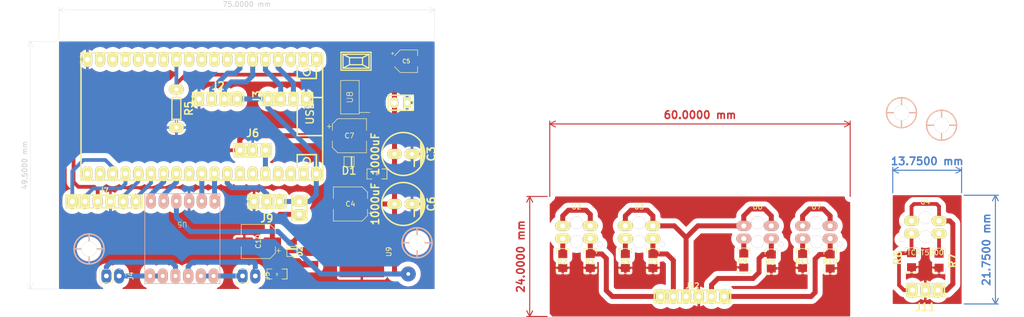
<source format=kicad_pcb>
(kicad_pcb (version 20240108) (generator "pcbnew") (generator_version "8.0")
  (layers (0 "F.Cu" signal) (31 "B.Cu" signal) (34 "B.Paste" user) (35 "F.Paste" user) (36 "B.SilkS" user "B.Silkscreen") (37 "F.SilkS" user "F.Silkscreen") (38 "B.Mask" user) (39 "F.Mask" user) (44 "Edge.Cuts" user))
  (net 0 "")
  (net 1 "VCC")
  (net 2 "GND")
  (net 3 "+3.3V")
  (net 4 "+5V")
  (net 5 "/TCRT1")
  (net 6 "Net-(R2-Pad1)")
  (net 7 "/TCRT2")
  (net 8 "Net-(R4-Pad1)")
  (net 9 "Net-(U5-OUT2)")
  (net 10 "Net-(U5-EEP)")
  (net 11 "Net-(U5-OUT4)")
  (net 12 "Net-(U5-OUT3)")
  (net 13 "/ECHOB")
  (net 14 "/TRIGB")
  (net 15 "/TRIGA")
  (net 16 "/ECHOA")
  (net 17 "/TCRT3")
  (net 20 "/TCRT4")
  (net 22 "/IN3")
  (net 25 "/IN1")
  (net 26 "Net-(R9-Pad1)")
  (net 29 "/IN4")
  (net 32 "/IN2")
  (net 43 "/TCRT5")
  (net 44 "Net-(R11-Pad1)")
  (net 45 "/SHARP")
  (net 47 "/Pull-down")
  (net 49 "Net-(R7-Pad1)")
  (footprint "EESTN5:R_1206" (layer "F.Cu") (at 200.25 72.25 90)
    (property "Reference" "R6" (at 0.5 -2.75 -90) (layer "F.SilkS") (effects (font (size 1.5 1.5) (thickness 0.3))))
    (property "Value" "10K" (hide yes))
    (pad "1" smd rect (at 1.397 0 90) (size 1.6002 1.8034) (layers "F.Cu" "F.Paste" "F.Mask") (net 17 "/TCRT3"))
    (pad "2" smd rect (at -1.397 0 90) (size 1.6002 1.8034) (layers "F.Cu" "F.Paste" "F.Mask") (net 2 "GND"))
  )
  (footprint "EESTN5:R_1206" (layer "F.Cu") (at 130.6 72.397 90)
    (property "Reference" "R2" (at -0.103 -0.1 0) (layer "F.SilkS") (effects (font (thickness 0.25))))
    (property "Value" "220" (hide yes))
    (pad "1" smd rect (at 1.397 0 90) (size 1.6002 1.8034) (layers "F.Cu" "F.Paste" "F.Mask") (net 6 "Net-(R2-Pad1)"))
    (pad "2" smd rect (at -1.397 0 90) (size 1.6002 1.8034) (layers "F.Cu" "F.Paste" "F.Mask") (net 2 "GND"))
  )
  (footprint "EESTN5:R_1206" (layer "F.Cu") (at 205.75 72.353 90)
    (property "Reference" "R7" (at 0 2.75 -90) (layer "F.SilkS") (effects (font (size 1.5 1.5) (thickness 0.3))))
    (property "Value" "220" (hide yes))
    (pad "1" smd rect (at 1.397 0 90) (size 1.6002 1.8034) (layers "F.Cu" "F.Paste" "F.Mask") (net 49 "Net-(R7-Pad1)"))
    (pad "2" smd rect (at -1.397 0 90) (size 1.6002 1.8034) (layers "F.Cu" "F.Paste" "F.Mask") (net 2 "GND"))
  )
  (footprint "Capacitor_SMD:CP_Elec_6.3x5.4" (layer "F.Cu") (at 69.8 68.5 180)
    (property "Reference" "C10" (at 0 0 -90) (layer "F.SilkS"))
    (property "Value" "100uF")
    (pad "1" smd roundrect (at -2.8 0 180) (size 3.5 1.6) (layers "F.Cu" "F.Paste" "F.Mask") (roundrect_rratio 0.15625) (net 4 "+5V"))
    (pad "2" smd roundrect (at 2.8 0 180) (size 3.5 1.6) (layers "F.Cu" "F.Paste" "F.Mask") (roundrect_rratio 0.15625) (net 2 "GND"))
  )
  (footprint "Connector_PinHeader_2.54mm:PinHeader_1x02_P2.54mm_Vertical" (layer "F.Cu") (at 42 75.4 -90)
    (property "Reference" "J4" (at 0 -2.33 90) (layer "F.SilkS"))
    (property "Value" "MOTOR1")
    (pad "1" thru_hole oval (at 0 0 270) (size 3 2) (drill 0.95) (layers "*.Cu" "*.Mask") (net 11 "Net-(U5-OUT4)"))
    (pad "2" thru_hole oval (at 0 2.54 270) (size 3 2) (drill 0.95) (layers "*.Cu" "*.Mask") (net 12 "Net-(U5-OUT3)"))
  )
  (footprint "Capacitor_SMD:CP_Elec_6.3x5.4" (layer "F.Cu") (at 88.2 61 180)
    (property "Reference" "C4" (at 0 0 180) (layer "F.SilkS"))
    (property "Value" "100uF")
    (pad "1" smd roundrect (at -2.8 0 180) (size 3.5 1.6) (layers "F.Cu" "F.Paste" "F.Mask") (roundrect_rratio 0.15625) (net 1 "VCC"))
    (pad "2" smd roundrect (at 2.8 0 180) (size 3.5 1.6) (layers "F.Cu" "F.Paste" "F.Mask") (roundrect_rratio 0.15625) (net 2 "GND"))
  )
  (footprint "Connector_PinHeader_2.54mm:PinHeader_1x02_P2.54mm_Vertical" (layer "F.Cu") (at 69.2 75.4 -90)
    (property "Reference" "J5" (at 0 -2.33 90) (layer "F.SilkS"))
    (property "Value" "MOTOR2")
    (pad "1" thru_hole oval (at 0 0 270) (size 3 2) (drill 0.95) (layers "*.Cu" "*.Mask") (net 9 "Net-(U5-OUT2)"))
    (pad "2" thru_hole oval (at 0 2.54 270) (size 3 2) (drill 0.95) (layers "*.Cu" "*.Mask") (net 10 "Net-(U5-EEP)"))
  )
  (footprint "EESTN5:hole_3mm" (layer "F.Cu") (at 36 70)
    (property "Reference" "hole_3mm" (hide yes))
    (property "Value" "VAL**" (hide yes))
    (pad "1" thru_hole circle (at 0 0) (size 3 3) (drill 3) (layers "*.Cu" "F.SilkS"))
  )
  (footprint "EESTN5:RES0.3" (layer "F.Cu") (at 53.44 41.897 -90)
    (property "Reference" "R5" (at 0 -2.5 90) (layer "F.SilkS") (effects (font (size 1.5 1.5) (thickness 0.3))))
    (property "Value" "10K" (hide yes))
    (pad "1" thru_hole oval (at -3.81 0 270) (size 2 3) (drill 0.8001) (layers "*.Cu" "*.Mask" "F.SilkS") (net 47 "/Pull-down"))
    (pad "2" thru_hole oval (at 3.81 0 270) (size 2 3) (drill 0.8001) (layers "*.Cu" "*.Mask" "F.SilkS") (net 2 "GND"))
  )
  (footprint "EESTN5.:CAP_ELEC_8x11.5mm" (layer "F.Cu") (at 98.75 61 -90)
    (property "Reference" "C6" (at 0 -5.6 -90) (layer "F.SilkS") (effects (font (size 1.524 1.524) (thickness 0.3048))))
    (property "Value" "1000uF" (at 0 5.6 -90) (layer "F.SilkS") (effects (font (size 1.524 1.524) (thickness 0.3048))))
    (pad "1" thru_hole oval (at 0 1.75 270) (size 2 3) (drill 0.8) (layers "*.Cu" "*.Mask" "F.SilkS") (net 1 "VCC"))
    (pad "2" thru_hole oval (at 0 -1.75 270) (size 2 3) (drill 0.8) (layers "*.Cu" "*.Mask" "F.SilkS") (net 2 "GND"))
  )
  (footprint "EESTN5.:Pulsador_SMD_2_BAJO" (layer "F.Cu") (at 89.31 32.45 180)
    (property "Reference" "SW1" (hide yes))
    (property "Value" "SW_Push" (hide yes))
    (pad "1" smd rect (at -3.59918 0 180) (size 2 2) (layers "F.Cu" "F.Paste" "F.Mask") (net 3 "+3.3V"))
    (pad "2" smd rect (at 3.59918 0 180) (size 2 2) (layers "F.Cu" "F.Paste" "F.Mask") (net 47 "/Pull-down"))
  )
  (footprint "Capacitor_SMD:CP_Elec_6.3x5.4" (layer "F.Cu") (at 88 47.3475)
    (property "Reference" "C7" (at 0 0 0) (layer "F.SilkS"))
    (property "Value" "100uF")
    (pad "1" smd roundrect (at -2.8 0) (size 3.5 1.6) (layers "F.Cu" "F.Paste" "F.Mask") (roundrect_rratio 0.15625) (net 3 "+3.3V"))
    (pad "2" smd roundrect (at 2.8 0) (size 3.5 1.6) (layers "F.Cu" "F.Paste" "F.Mask") (roundrect_rratio 0.15625) (net 2 "GND"))
  )
  (footprint "EESTN5:hole_3mm" (layer "F.Cu") (at 206.25 45.25)
    (property "Reference" "hole_3mm" (hide yes))
    (property "Value" "VAL**" (hide yes))
    (pad "1" thru_hole circle (at 0 0) (size 3 3) (drill 3) (layers "*.Cu" "F.SilkS"))
  )
  (footprint "EESTN5:Jumper" (layer "F.Cu") (at 78 61.8 90)
    (property "Reference" "J1" (hide yes))
    (property "Value" "jumper" (hide yes))
    (pad "1" thru_hole oval (at -1.27 0 90) (size 2 3) (drill 1.00076) (layers "*.Cu" "*.Mask" "F.SilkS") (net 4 "+5V"))
    (pad "2" thru_hole oval (at 1.27 0 90) (size 2 3) (drill 1.00076) (layers "*.Cu" "*.Mask" "F.SilkS") (net 4 "+5V"))
  )
  (footprint "Nueva carpeta (2):TO261AA-LM1117" (layer "F.Cu") (at 88.1 39.6475 90)
    (property "Reference" "U8" (at 0 0 -90) (layer "F.SilkS") (effects (font (size 1.2 1.2) (thickness 0.12))))
    (property "Value" "LM1117-3V3" (hide yes))
    (pad "1" smd rect (at -2.3 2.9 90) (size 1 2.2) (layers "F.Cu" "F.Paste" "F.Mask") (net 2 "GND"))
    (pad "2" smd rect (at 0 2.9 90) (size 1 2.2) (layers "F.Cu" "F.Paste" "F.Mask") (net 3 "+3.3V"))
    (pad "3" smd rect (at 2.3 2.9 90) (size 1 2.2) (layers "F.Cu" "F.Paste" "F.Mask") (net 1 "VCC"))
    (pad "4" smd rect (at 0 -2.9 90) (size 3.3 2.2) (layers "F.Cu" "F.Paste" "F.Mask") (net 3 "+3.3V"))
  )
  (footprint "EESTN5:R_1206" (layer "F.Cu") (at 166.75 72.3 90)
    (property "Reference" "R9" (at -0.103 -0.25 180) (layer "F.SilkS") (effects (font (thickness 0.25))))
    (property "Value" "220" (hide yes))
    (pad "1" smd rect (at 1.397 0 90) (size 1.6002 1.8034) (layers "F.Cu" "F.Paste" "F.Mask") (net 26 "Net-(R9-Pad1)"))
    (pad "2" smd rect (at -1.397 0 90) (size 1.6002 1.8034) (layers "F.Cu" "F.Paste" "F.Mask") (net 2 "GND"))
  )
  (footprint "EESTN5:pin_strip_4" (layer "F.Cu") (at 61.77 40 180)
    (property "Reference" "J2" (at 0 2.6 180) (layer "F.SilkS") (effects (font (size 1.5 1.5) (thickness 0.3))))
    (property "Value" "ULTRASONIDO1" (hide yes))
    (pad "1" thru_hole oval (at -3.81 0 180) (size 2 3) (drill 1.00076) (layers "*.Cu" "*.Mask" "F.SilkS") (net 4 "+5V"))
    (pad "2" thru_hole oval (at -1.27 0 180) (size 2 3) (drill 1.00076) (layers "*.Cu" "*.Mask" "F.SilkS") (net 15 "/TRIGA"))
    (pad "3" thru_hole oval (at 1.27 0 180) (size 2 3) (drill 1.00076) (layers "*.Cu" "*.Mask" "F.SilkS") (net 16 "/ECHOA"))
    (pad "4" thru_hole oval (at 3.81 0 180) (size 2 3) (drill 1.00076) (layers "*.Cu" "*.Mask" "F.SilkS") (net 2 "GND"))
  )
  (footprint "EESTN5:Pin_Header_6" (layer "F.Cu") (at 156.5 79.5)
    (property "Reference" "J12" (at 0 -2.159 0) (layer "F.SilkS") (effects (font (size 1.016 1.016) (thickness 0.2032))))
    (property "Value" "Sensor-placa" (hide yes))
    (pad "1" thru_hole oval (at -6.35 0) (size 2 3) (drill 1.00076) (layers "*.Cu" "*.Mask" "F.SilkS") (net 5 "/TCRT1"))
    (pad "2" thru_hole oval (at -3.81 0) (size 2 3) (drill 1.00076) (layers "*.Cu" "*.Mask" "F.SilkS") (net 7 "/TCRT2"))
    (pad "3" thru_hole oval (at -1.27 0) (size 2 3) (drill 1) (layers "*.Cu" "*.Mask" "F.SilkS") (net 3 "+3.3V"))
    (pad "4" thru_hole oval (at 1.27 0) (size 2 3) (drill 1.00076) (layers "*.Cu" "*.Mask" "F.SilkS") (net 2 "GND"))
    (pad "5" thru_hole oval (at 3.81 0) (size 2 3) (drill 1.00076) (layers "*.Cu" "*.Mask" "F.SilkS") (net 20 "/TCRT4"))
    (pad "6" thru_hole oval (at 6.35 0) (size 2 3) (drill 1.00076) (layers "*.Cu" "*.Mask" "F.SilkS") (net 43 "/TCRT5"))
  )
  (footprint "Capacitor_SMD:CP_Elec_4x5.4" (layer "F.Cu") (at 99.35 32.45)
    (property "Reference" "C5" (at 0 0 0) (layer "F.SilkS") (effects (font (size 0.8 0.8))))
    (property "Value" "10uF")
    (pad "1" smd roundrect (at -1.8 0) (size 2.6 1.6) (layers "F.Cu" "F.Paste" "F.Mask") (roundrect_rratio 0.15625) (net 3 "+3.3V"))
    (pad "2" smd roundrect (at 1.8 0) (size 2.6 1.6) (layers "F.Cu" "F.Paste" "F.Mask") (roundrect_rratio 0.15625) (net 2 "GND"))
  )
  (footprint "EESTN5:Pin_Header_6" (layer "F.Cu") (at 39 60.5)
    (property "Reference" "J7" (at 0 -2.159 0) (layer "F.SilkS") (effects (font (size 1.016 1.016) (thickness 0.2032))))
    (property "Value" "Sensor-esp" (hide yes))
    (pad "1" thru_hole oval (at -6.35 0) (size 2 3) (drill 1.00076) (layers "*.Cu" "*.Mask" "F.SilkS") (net 5 "/TCRT1"))
    (pad "2" thru_hole oval (at -3.81 0) (size 2 3) (drill 1.00076) (layers "*.Cu" "*.Mask" "F.SilkS") (net 7 "/TCRT2"))
    (pad "3" thru_hole oval (at -1.27 0) (size 2 3) (drill 1.00076) (layers "*.Cu" "*.Mask" "F.SilkS") (net 3 "+3.3V"))
    (pad "4" thru_hole oval (at 1.27 0) (size 2 3) (drill 1.00076) (layers "*.Cu" "*.Mask" "F.SilkS") (net 2 "GND"))
    (pad "5" thru_hole oval (at 3.81 0) (size 2 3) (drill 1.00076) (layers "*.Cu" "*.Mask" "F.SilkS") (net 20 "/TCRT4"))
    (pad "6" thru_hole oval (at 6.35 0) (size 2 3) (drill 1.00076) (layers "*.Cu" "*.Mask" "F.SilkS") (net 43 "/TCRT5"))
  )
  (footprint "EESTN5:R_1206" (layer "F.Cu") (at 184 72.497 90)
    (property "Reference" "R10" (at 0 0 180) (layer "F.SilkS") (effects (font (thickness 0.25))))
    (property "Value" "10K" (hide yes))
    (pad "1" smd rect (at 1.397 0 90) (size 1.6002 1.8034) (layers "F.Cu" "F.Paste" "F.Mask") (net 43 "/TCRT5"))
    (pad "2" smd rect (at -1.397 0 90) (size 1.6002 1.8034) (layers "F.Cu" "F.Paste" "F.Mask") (net 2 "GND"))
  )
  (footprint "EESTN5:C_0805" (layer "F.Cu") (at 73.5475 75 180)
    (property "Reference" "C9" (at 0 -0.1 -90) (layer "F.SilkS") (effects (font (size 0.29972 0.29972) (thickness 0.06096))))
    (property "Value" "100nF" (hide yes))
    (pad "1" smd rect (at 0.9525 0 180) (size 1.30048 1.4986) (layers "F.Cu" "F.Paste" "F.Mask") (net 4 "+5V"))
    (pad "2" smd rect (at -0.9525 0 180) (size 1.30048 1.4986) (layers "F.Cu" "F.Paste" "F.Mask") (net 2 "GND"))
  )
  (footprint "EESTN5:SOD80C" (layer "F.Cu") (at 87.92088 52.5475)
    (property "Reference" "D1" (at 0 1.8 0) (layer "F.SilkS") (effects (font (size 1.524 1.524) (thickness 0.254))))
    (property "Value" "1N4007" (hide yes))
    (pad "1" smd rect (at -1.84912 0) (size 1.00076 1.99898) (layers "F.Cu" "F.Paste" "F.Mask") (net 3 "+3.3V"))
    (pad "2" smd rect (at 1.84912 0) (size 1.00076 1.99898) (layers "F.Cu" "F.Paste" "F.Mask") (net 1 "VCC"))
  )
  (footprint "Nueva carpeta (3:D2PAK" (layer "F.Cu") (at 88.575 70.5 -90)
    (property "Reference" "U9" (at 0.0475 -7.3 90) (layer "F.SilkS"))
    (property "Value" "L7805" (hide yes))
    (pad "1" smd rect (at -2.54 8.65 270) (size 1.3 3.7) (layers "F.Cu" "F.Paste" "F.Mask") (net 1 "VCC"))
    (pad "2" smd rect (at 0 -1.9 270) (size 10.3 8.9) (layers "F.Cu" "F.Paste" "F.Mask") (net 2 "GND"))
    (pad "3" smd rect (at 2.54 8.65 270) (size 1.3 3.7) (layers "F.Cu" "F.Paste" "F.Mask") (net 4 "+5V"))
  )
  (footprint "EESTN5:TCRT5000" (layer "F.Cu") (at 203 65.65)
    (property "Reference" "U4" (at 0 -5.08 0) (layer "F.SilkS"))
    (property "Value" "TCRT5000" (at 0 5.08 0) (layer "F.SilkS"))
    (pad "1" thru_hole oval (at 2.75 -1.27) (size 3 2) (drill 1) (layers "*.Cu" "*.Mask" "F.SilkS") (net 3 "+3.3V"))
    (pad "2" thru_hole oval (at 2.75 1.27) (size 3 2) (drill 1) (layers "*.Cu" "*.Mask" "F.SilkS") (net 49 "Net-(R7-Pad1)"))
    (pad "3" thru_hole oval (at -2.75 -1.27) (size 3 2) (drill 1) (layers "*.Cu" "*.Mask" "F.SilkS") (net 3 "+3.3V"))
    (pad "4" thru_hole oval (at -2.75 1.27) (size 3 2) (drill 1) (layers "*.Cu" "*.Mask" "F.SilkS") (net 17 "/TCRT3"))
    (pad "hole" thru_hole circle (at -4.65 2.45) (size 1 1) (drill 1) (layers "*.Cu" "*.Mask" "F.SilkS"))
    (pad "hole" thru_hole circle (at 0 -1.9) (size 2.5 2.5) (drill 2.5) (layers "*.Cu" "*.Mask" "F.SilkS"))
    (pad "hole" thru_hole circle (at 0 1.9) (size 2.5 2.5) (drill 2.5) (layers "*.Cu" "*.Mask" "F.SilkS"))
  )
  (footprint "EESTN5:R_1206" (layer "F.Cu") (at 178.5 72.4 90)
    (property "Reference" "R11" (at -0.103 0 180) (layer "F.SilkS") (effects (font (thickness 0.25))))
    (property "Value" "220" (hide yes))
    (pad "1" smd rect (at 1.397 0 90) (size 1.6002 1.8034) (layers "F.Cu" "F.Paste" "F.Mask") (net 44 "Net-(R11-Pad1)"))
    (pad "2" smd rect (at -1.397 0 90) (size 1.6002 1.8034) (layers "F.Cu" "F.Paste" "F.Mask") (net 2 "GND"))
  )
  (footprint "EESTN5:R_1206" (layer "F.Cu") (at 148.6 72.397 90)
    (property "Reference" "R3" (at -0.103 0 0) (layer "F.SilkS") (effects (font (thickness 0.25))))
    (property "Value" "10K" (hide yes))
    (pad "1" smd rect (at 1.397 0 90) (size 1.6002 1.8034) (layers "F.Cu" "F.Paste" "F.Mask") (net 7 "/TCRT2"))
    (pad "2" smd rect (at -1.397 0 90) (size 1.6002 1.8034) (layers "F.Cu" "F.Paste" "F.Mask") (net 2 "GND"))
  )
  (footprint "EESTN5:Jumper" (layer "F.Cu") (at 98.25 40.75 180)
    (property "Reference" "J10" (hide yes))
    (property "Value" "ALIMENTACION " (hide yes))
    (pad "1" thru_hole rect (at -1.27 0 180) (size 1.524 2.19964) (drill 1.00076) (layers "*.Cu" "*.Mask" "F.SilkS") (net 2 "GND"))
    (pad "2" thru_hole oval (at 1.27 0 180) (size 1.524 2.19964) (drill oval 1.00076) (layers "*.Cu" "*.Mask" "F.SilkS") (net 1 "VCC"))
  )
  (footprint "EESTN5:R_1206" (layer "F.Cu") (at 143.1 72.397 90)
    (property "Reference" "R4" (at -0.103 0 0) (layer "F.SilkS") (effects (font (thickness 0.25))))
    (property "Value" "220" (hide yes))
    (pad "1" smd rect (at 1.397 0 90) (size 1.6002 1.8034) (layers "F.Cu" "F.Paste" "F.Mask") (net 8 "Net-(R4-Pad1)"))
    (pad "2" smd rect (at -1.397 0 90) (size 1.6002 1.8034) (layers "F.Cu" "F.Paste" "F.Mask") (net 2 "GND"))
  )
  (footprint "EESTN5:hole_3mm" (layer "F.Cu") (at 198.25 42.75)
    (property "Reference" "hole_3mm" (hide yes))
    (property "Value" "VAL**" (hide yes))
    (pad "1" thru_hole circle (at 0 0) (size 3 3) (drill 3) (layers "*.Cu" "F.SilkS"))
  )
  (footprint "EESTN5:SOD80C" (layer "F.Cu") (at 76.5 70.5 90)
    (property "Reference" "D2" (at 0 1.6 -90) (layer "F.SilkS") (effects (font (thickness 0.25))))
    (property "Value" "1N4007" (hide yes))
    (pad "1" smd rect (at -1.84912 0 90) (size 1.00076 1.99898) (layers "F.Cu" "F.Paste" "F.Mask") (net 4 "+5V"))
    (pad "2" smd rect (at 1.84912 0 90) (size 1.00076 1.99898) (layers "F.Cu" "F.Paste" "F.Mask") (net 1 "VCC"))
  )
  (footprint "EESTN5:ESP32S" (layer "F.Cu") (at 58.52 43.5175)
    (property "Reference" "U1" (hide yes))
    (property "Value" "ESP32_DEVKITC" (hide yes))
    (fp_text user "USB" (at 21.59 -0.67 90) (layer "F.SilkS") (effects (font (size 1.524 1.524) (thickness 0.254))))
    (pad "1" thru_hole oval (at -22.86 11.43 180) (size 2 3) (drill 1) (layers "*.Cu" "*.Mask" "F.SilkS"))
    (pad "2" thru_hole oval (at -20.32 11.43 180) (size 2 3) (drill 1) (layers "*.Cu" "*.Mask" "F.SilkS"))
    (pad "3" thru_hole oval (at -17.78 11.43 180) (size 2 3) (drill 1) (layers "*.Cu" "*.Mask" "F.SilkS") (net 5 "/TCRT1"))
    (pad "4" thru_hole oval (at -15.24 11.43 180) (size 2 3) (drill 1) (layers "*.Cu" "*.Mask" "F.SilkS") (net 7 "/TCRT2"))
    (pad "5" thru_hole oval (at -12.7 11.43 180) (size 2 3) (drill 1) (layers "*.Cu" "*.Mask" "F.SilkS") (net 20 "/TCRT4"))
    (pad "6" thru_hole oval (at -10.16 11.43 180) (size 2 3) (drill 1) (layers "*.Cu" "*.Mask" "F.SilkS") (net 43 "/TCRT5"))
    (pad "7" thru_hole oval (at -7.62 11.43 180) (size 2 3) (drill 1) (layers "*.Cu" "*.Mask" "F.SilkS") (net 25 "/IN1"))
    (pad "8" thru_hole oval (at -5.08 11.43 180) (size 2 3) (drill 1) (layers "*.Cu" "*.Mask" "F.SilkS") (net 32 "/IN2"))
    (pad "9" thru_hole oval (at -2.54 11.43 180) (size 2 3) (drill 1) (layers "*.Cu" "*.Mask" "F.SilkS"))
    (pad "10" thru_hole oval (at 0 11.43 180) (size 2 3) (drill 1) (layers "*.Cu" "*.Mask" "F.SilkS") (net 22 "/IN3"))
    (pad "11" thru_hole oval (at 2.54 11.43 180) (size 2 3) (drill 1) (layers "*.Cu" "*.Mask" "F.SilkS") (net 29 "/IN4"))
    (pad "12" thru_hole oval (at 5.08 11.43 180) (size 2 3) (drill 1) (layers "*.Cu" "*.Mask" "F.SilkS") (net 45 "/SHARP"))
    (pad "13" thru_hole oval (at 7.62 11.43 180) (size 2 3) (drill 1) (layers "*.Cu" "*.Mask" "F.SilkS"))
    (pad "14" thru_hole oval (at 10.16 11.43 180) (size 2 3) (drill 1) (layers "*.Cu" "*.Mask" "F.SilkS"))
    (pad "15" thru_hole oval (at 12.7 11.43 180) (size 2 3) (drill 1) (layers "*.Cu" "*.Mask" "F.SilkS") (net 17 "/TCRT3"))
    (pad "16" thru_hole oval (at 15.24 11.43 180) (size 2 3) (drill 1) (layers "*.Cu" "*.Mask" "F.SilkS"))
    (pad "17" thru_hole oval (at 17.78 11.43 180) (size 2 3) (drill 1) (layers "*.Cu" "*.Mask" "F.SilkS"))
    (pad "18" thru_hole oval (at 20.32 11.43 180) (size 2 3) (drill 1) (layers "*.Cu" "*.Mask" "F.SilkS"))
    (pad "19" thru_hole oval (at 22.86 11.43 180) (size 2 3) (drill 1) (layers "*.Cu" "*.Mask" "F.SilkS") (net 4 "+5V"))
    (pad "20" thru_hole oval (at 22.86 -11.43 180) (size 2 3) (drill 1) (layers "*.Cu" "*.Mask" "F.SilkS"))
    (pad "21" thru_hole oval (at 20.32 -11.43 180) (size 2 3) (drill 1) (layers "*.Cu" "*.Mask" "F.SilkS"))
    (pad "22" thru_hole oval (at 17.78 -11.43 180) (size 2 3) (drill 1) (layers "*.Cu" "*.Mask" "F.SilkS"))
    (pad "23" thru_hole oval (at 15.24 -11.43 180) (size 2 3) (drill 1) (layers "*.Cu" "*.Mask" "F.SilkS") (net 13 "/ECHOB"))
    (pad "24" thru_hole oval (at 12.7 -11.43 180) (size 2 3) (drill 1) (layers "*.Cu" "*.Mask" "F.SilkS") (net 14 "/TRIGB"))
    (pad "25" thru_hole oval (at 10.16 -11.43 180) (size 2 3) (drill 1) (layers "*.Cu" "*.Mask" "F.SilkS") (net 15 "/TRIGA"))
    (pad "26" thru_hole oval (at 7.62 -11.43 180) (size 2 3) (drill 1) (layers "*.Cu" "*.Mask" "F.SilkS") (net 16 "/ECHOA"))
    (pad "27" thru_hole oval (at 5.08 -11.43 180) (size 2 3) (drill 1) (layers "*.Cu" "*.Mask" "F.SilkS"))
    (pad "28" thru_hole oval (at 2.54 -11.43 180) (size 2 3) (drill 1) (layers "*.Cu" "*.Mask" "F.SilkS"))
    (pad "29" thru_hole oval (at 0 -11.43 180) (size 2 3) (drill 1) (layers "*.Cu" "*.Mask" "F.SilkS"))
    (pad "30" thru_hole oval (at -2.54 -11.43 180) (size 2 3) (drill 1) (layers "*.Cu" "*.Mask" "F.SilkS"))
    (pad "31" thru_hole oval (at -5.08 -11.43 180) (size 2 3) (drill 1) (layers "*.Cu" "*.Mask" "F.SilkS") (net 47 "/Pull-down"))
    (pad "32" thru_hole oval (at -7.62 -11.43 180) (size 2 3) (drill 1) (layers "*.Cu" "*.Mask" "F.SilkS"))
    (pad "33" thru_hole oval (at -10.16 -11.43 180) (size 2 3) (drill 1) (layers "*.Cu" "*.Mask" "F.SilkS"))
    (pad "34" thru_hole oval (at -12.7 -11.43 180) (size 2 3) (drill 1) (layers "*.Cu" "*.Mask" "F.SilkS"))
    (pad "35" thru_hole oval (at -15.24 -11.43 180) (size 2 3) (drill 1) (layers "*.Cu" "*.Mask" "F.SilkS"))
    (pad "36" thru_hole oval (at -17.78 -11.43 180) (size 2 3) (drill 1) (layers "*.Cu" "*.Mask" "F.SilkS"))
    (pad "37" thru_hole oval (at -20.32 -11.43 180) (size 2 3) (drill 1) (layers "*.Cu" "*.Mask" "F.SilkS"))
    (pad "38" thru_hole oval (at -22.86 -11.43 180) (size 2 3) (drill 1) (layers "*.Cu" "*.Mask" "F.SilkS") (net 2 "GND"))
  )
  (footprint "EESTN5:Pin_Header_3" (layer "F.Cu") (at 68.68 50.25)
    (property "Reference" "J6" (at 0 -3.4 0) (layer "F.SilkS") (effects (font (size 1.5 1.5) (thickness 0.3))))
    (property "Value" "Sensor-tracero-placa" (hide yes))
    (pad "1" thru_hole oval (at -2.54 0) (size 2 3) (drill 1.00076) (layers "*.Cu" "*.Mask" "F.SilkS") (net 3 "+3.3V"))
    (pad "2" thru_hole oval (at 0 0) (size 2 3) (drill 1.00076) (layers "*.Cu" "*.Mask" "F.SilkS") (net 2 "GND"))
    (pad "3" thru_hole oval (at 2.54 0) (size 2 3) (drill 1.00076) (layers "*.Cu" "*.Mask" "F.SilkS") (net 17 "/TCRT3"))
  )
  (footprint "EESTN5:pin_strip_4" (layer "F.Cu") (at 75.54 40)
    (property "Reference" "J3" (at -6 -0.4 90) (layer "F.SilkS") (effects (font (size 1.5 1.5) (thickness 0.3))))
    (property "Value" "ULTRASONIDO2" (hide yes))
    (pad "1" thru_hole oval (at -3.81 0) (size 2 3) (drill 1.00076) (layers "*.Cu" "*.Mask" "F.SilkS") (net 4 "+5V"))
    (pad "2" thru_hole oval (at -1.27 0) (size 2 3) (drill 1.00076) (layers "*.Cu" "*.Mask" "F.SilkS") (net 14 "/TRIGB"))
    (pad "3" thru_hole oval (at 1.27 0) (size 2 3) (drill 1.00076) (layers "*.Cu" "*.Mask" "F.SilkS") (net 13 "/ECHOB"))
    (pad "4" thru_hole oval (at 3.81 0) (size 2 3) (drill 1.00076) (layers "*.Cu" "*.Mask" "F.SilkS") (net 2 "GND"))
  )
  (footprint "EESTN5.:CAP_ELEC_8x11.5mm" (layer "F.Cu") (at 98.75 51 -90)
    (property "Reference" "C3" (at 0 -5.6 -90) (layer "F.SilkS") (effects (font (size 1.524 1.524) (thickness 0.3048))))
    (property "Value" "1000uF" (at 0 5.6 -90) (layer "F.SilkS") (effects (font (size 1.524 1.524) (thickness 0.3048))))
    (pad "1" thru_hole oval (at 0 1.75 270) (size 2 3) (drill 0.8) (layers "*.Cu" "*.Mask" "F.SilkS") (net 1 "VCC"))
    (pad "2" thru_hole oval (at 0 -1.75 270) (size 2 3) (drill 0.8) (layers "*.Cu" "*.Mask" "F.SilkS") (net 2 "GND"))
  )
  (footprint "EESTN5:Pin_Header_3" (layer "F.Cu") (at 71.5 60.5 180)
    (property "Reference" "J9" (at 0 -3.4 180) (layer "F.SilkS") (effects (font (size 1.5 1.5) (thickness 0.3))))
    (property "Value" "Sharp" (hide yes))
    (pad "1" thru_hole oval (at -2.54 0 180) (size 2 3) (drill 1.00076) (layers "*.Cu" "*.Mask" "F.SilkS") (net 4 "+5V"))
    (pad "2" thru_hole oval (at 0 0 180) (size 2 3) (drill 1.00076) (layers "*.Cu" "*.Mask" "F.SilkS") (net 45 "/SHARP"))
    (pad "3" thru_hole oval (at 2.54 0 180) (size 2 3) (drill 1.00076) (layers "*.Cu" "*.Mask" "F.SilkS") (net 2 "GND"))
  )
  (footprint "EESTN5:C_0805" (layer "F.Cu") (at 93.5 55 180)
    (property "Reference" "C8" (at 0.02 0 -90) (layer "F.SilkS") (effects (font (size 0.29972 0.29972) (thickness 0.06096))))
    (property "Value" "330nF" (hide yes))
    (pad "1" smd rect (at 0.9525 0 180) (size 1.30048 1.4986) (layers "F.Cu" "F.Paste" "F.Mask") (net 1 "VCC"))
    (pad "2" smd rect (at -0.9525 0 180) (size 1.30048 1.4986) (layers "F.Cu" "F.Paste" "F.Mask") (net 2 "GND"))
  )
  (footprint "EESTN5:Pin_Header_3" (layer "F.Cu") (at 203 78.25 180)
    (property "Reference" "J11" (at 0 -3.4 180) (layer "F.SilkS") (effects (font (size 1.5 1.5) (thickness 0.3))))
    (property "Value" "Sensor-trasero" (hide yes))
    (pad "1" thru_hole oval (at -2.54 0 180) (size 2 3) (drill 1.00076) (layers "*.Cu" "*.Mask" "F.SilkS") (net 3 "+3.3V"))
    (pad "2" thru_hole oval (at 0 0 180) (size 2 3) (drill 1.00076) (layers "*.Cu" "*.Mask" "F.SilkS") (net 2 "GND"))
    (pad "3" thru_hole oval (at 2.54 0 180) (size 2 3) (drill 1.00076) (layers "*.Cu" "*.Mask" "F.SilkS") (net 17 "/TCRT3"))
  )
  (footprint "EESTN5:R_1206" (layer "F.Cu") (at 136.1 72.397 90)
    (property "Reference" "R1" (at -0.103 0 0) (layer "F.SilkS") (effects (font (thickness 0.25))))
    (property "Value" "10K" (hide yes))
    (pad "1" smd rect (at 1.397 0 90) (size 1.6002 1.8034) (layers "F.Cu" "F.Paste" "F.Mask") (net 5 "/TCRT1"))
    (pad "2" smd rect (at -1.397 0 90) (size 1.6002 1.8034) (layers "F.Cu" "F.Paste" "F.Mask") (net 2 "GND"))
  )
  (footprint "EESTN5:hole_3mm" (layer "F.Cu") (at 101.5 68.75)
    (property "Reference" "hole_3mm" (hide yes))
    (property "Value" "VAL**" (hide yes))
    (pad "1" thru_hole circle (at 0 0) (size 3 3) (drill 3) (layers "*.Cu" "F.SilkS"))
  )
  (footprint "EESTN5:R_1206" (layer "F.Cu") (at 172.25 72.5 90)
    (property "Reference" "R8" (at -0.103 -0.25 180) (layer "F.SilkS") (effects (font (thickness 0.25))))
    (property "Value" "10K" (hide yes))
    (pad "1" smd rect (at 1.397 0 90) (size 1.6002 1.8034) (layers "F.Cu" "F.Paste" "F.Mask") (net 20 "/TCRT4"))
    (pad "2" smd rect (at -1.397 0 90) (size 1.6002 1.8034) (layers "F.Cu" "F.Paste" "F.Mask") (net 2 "GND"))
  )
  (footprint "EESTN5:TCRT5000" (layer "B.Cu") (at 169.5 66.65 180)
    (property "Reference" "U6" (at 0 5.08 0) (layer "F.SilkS"))
    (property "Value" "TCRT5000" (hide yes))
    (pad "1" thru_hole oval (at 2.75 1.27 180) (size 3 2) (drill 1) (layers "*.Cu" "*.Mask" "B.SilkS") (net 3 "+3.3V"))
    (pad "2" thru_hole oval (at 2.75 -1.27 180) (size 3 2) (drill 1) (layers "*.Cu" "*.Mask" "B.SilkS") (net 26 "Net-(R9-Pad1)"))
    (pad "3" thru_hole oval (at -2.75 1.27 180) (size 3 2) (drill 1) (layers "*.Cu" "*.Mask" "B.SilkS") (net 3 "+3.3V"))
    (pad "4" thru_hole oval (at -2.75 -1.27 180) (size 3 2) (drill 1) (layers "*.Cu" "*.Mask" "B.SilkS") (net 20 "/TCRT4"))
    (pad "hole" thru_hole circle (at -4.65 -2.45 180) (size 1 1) (drill 1) (layers "*.Cu" "*.Mask" "B.SilkS"))
    (pad "hole" thru_hole circle (at 0 -1.9 180) (size 2.5 2.5) (drill 2.5) (layers "*.Cu" "*.Mask" "B.SilkS"))
    (pad "hole" thru_hole circle (at 0 1.9 180) (size 2.5 2.5) (drill 2.5) (layers "*.Cu" "*.Mask" "B.SilkS"))
  )
  (footprint "EESTN5:TCRT5000" (layer "B.Cu") (at 181.25 66.65 180)
    (property "Reference" "U7" (at 0 5.08 0) (layer "F.SilkS"))
    (property "Value" "TCRT5000" (hide yes))
    (pad "1" thru_hole oval (at 2.75 1.27 180) (size 3 2) (drill 1) (layers "*.Cu" "*.Mask" "B.SilkS") (net 3 "+3.3V"))
    (pad "2" thru_hole oval (at 2.75 -1.27 180) (size 3 2) (drill 1) (layers "*.Cu" "*.Mask" "B.SilkS") (net 44 "Net-(R11-Pad1)"))
    (pad "3" thru_hole oval (at -2.75 1.27 180) (size 3 2) (drill 1) (layers "*.Cu" "*.Mask" "B.SilkS") (net 3 "+3.3V"))
    (pad "4" thru_hole oval (at -2.75 -1.27 180) (size 3 2) (drill 1) (layers "*.Cu" "*.Mask" "B.SilkS") (net 43 "/TCRT5"))
    (pad "hole" thru_hole circle (at -4.65 -2.45 180) (size 1 1) (drill 1) (layers "*.Cu" "*.Mask" "B.SilkS"))
    (pad "hole" thru_hole circle (at 0 -1.9 180) (size 2.5 2.5) (drill 2.5) (layers "*.Cu" "*.Mask" "B.SilkS"))
    (pad "hole" thru_hole circle (at 0 1.9 180) (size 2.5 2.5) (drill 2.5) (layers "*.Cu" "*.Mask" "B.SilkS"))
  )
  (footprint "EESTN5:TCRT5000" (layer "B.Cu") (at 145.85 66.65 180)
    (property "Reference" "U3" (at 0 5.08 180) (layer "F.SilkS"))
    (property "Value" "TCRT5000" (hide yes))
    (pad "1" thru_hole oval (at 2.75 1.27 180) (size 3 2) (drill 1) (layers "*.Cu" "*.Mask" "F.SilkS") (net 3 "+3.3V"))
    (pad "2" thru_hole oval (at 2.75 -1.27 180) (size 3 2) (drill 1) (layers "*.Cu" "*.Mask" "F.SilkS") (net 8 "Net-(R4-Pad1)"))
    (pad "3" thru_hole oval (at -2.75 1.27 180) (size 3 2) (drill 1) (layers "*.Cu" "*.Mask" "F.SilkS") (net 3 "+3.3V"))
    (pad "4" thru_hole oval (at -2.75 -1.27 180) (size 3 2) (drill 1) (layers "*.Cu" "*.Mask" "F.SilkS") (net 7 "/TCRT2"))
    (pad "hole" thru_hole circle (at -4.65 -2.45 180) (size 1 1) (drill 1) (layers "*.Cu" "*.Mask" "B.SilkS"))
    (pad "hole" thru_hole circle (at 0 -1.9 180) (size 2.5 2.5) (drill 2.5) (layers "*.Cu" "*.Mask" "B.SilkS"))
    (pad "hole" thru_hole circle (at 0 1.9 180) (size 2.5 2.5) (drill 2.5) (layers "*.Cu" "*.Mask" "B.SilkS"))
  )
  (footprint "Nueva carpeta:drv8833b" (layer "B.Cu") (at 54.65525 68 180)
    (property "Reference" "U5" (at 0.02525 2.92 180) (layer "F.SilkS") (effects (font (thickness 0.1))))
    (property "Value" "DRV8833")
    (pad "1" thru_hole oval (at -6.22 -7.4) (size 2 3) (drill 0.8) (layers "*.Cu" "*.Mask" "B.SilkS") (net 10 "Net-(U5-EEP)"))
    (pad "2" thru_hole oval (at -3.68 -7.4) (size 2 3) (drill 0.8) (layers "*.Cu" "*.Mask" "B.SilkS") (net 10 "Net-(U5-EEP)"))
    (pad "3" thru_hole oval (at -1.14 -7.4) (size 2 3) (drill 0.8) (layers "*.Cu" "*.Mask" "B.SilkS") (net 9 "Net-(U5-OUT2)"))
    (pad "4" thru_hole oval (at 1.4 -7.4) (size 2 3) (drill 0.8) (layers "*.Cu" "*.Mask" "B.SilkS") (net 12 "Net-(U5-OUT3)"))
    (pad "5" thru_hole oval (at 3.94 -7.4) (size 2 3) (drill 0.8) (layers "*.Cu" "*.Mask" "B.SilkS") (net 11 "Net-(U5-OUT4)"))
    (pad "6" thru_hole oval (at 6.48 -7.4) (size 2 3) (drill 0.8) (layers "*.Cu" "*.Mask" "B.SilkS") (net 11 "Net-(U5-OUT4)"))
    (pad "7" thru_hole oval (at 6.29525 7.579999) (size 2 3) (drill 0.8) (layers "*.Cu" "*.Mask" "B.SilkS") (net 25 "/IN1"))
    (pad "8" thru_hole oval (at 3.75525 7.579999) (size 2 3) (drill 0.8) (layers "*.Cu" "*.Mask" "B.SilkS") (net 32 "/IN2"))
    (pad "9" thru_hole oval (at 1.21525 7.579999) (size 2 3) (drill 0.8) (layers "*.Cu" "*.Mask" "B.SilkS") (net 1 "VCC"))
    (pad "10" thru_hole oval (at -1.32475 7.579999) (size 2 3) (drill 0.8) (layers "*.Cu" "*.Mask" "B.SilkS") (net 2 "GND"))
    (pad "11" thru_hole oval (at -3.86475 7.579999) (size 2 3) (drill 0.8) (layers "*.Cu" "*.Mask" "B.SilkS") (net 22 "/IN3"))
    (pad "12" thru_hole oval (at -6.40475 7.579999) (size 2 3) (drill 0.8) (layers "*.Cu" "*.Mask" "B.SilkS") (net 29 "/IN4"))
  )
  (footprint "EESTN5:TCRT5000" (layer "B.Cu") (at 133.35 66.65 180)
    (property "Reference" "U2" (at 0 5.08 180) (layer "F.SilkS"))
    (property "Value" "TCRT5000" (hide yes))
    (pad "1" thru_hole oval (at 2.75 1.27 180) (size 3 2) (drill 1) (layers "*.Cu" "*.Mask" "F.SilkS") (net 3 "+3.3V"))
    (pad "2" thru_hole oval (at 2.75 -1.27 180) (size 3 2) (drill 1) (layers "*.Cu" "*.Mask" "F.SilkS") (net 6 "Net-(R2-Pad1)"))
    (pad "3" thru_hole oval (at -2.75 1.27 180) (size 3 2) (drill 1) (layers "*.Cu" "*.Mask" "F.SilkS") (net 3 "+3.3V"))
    (pad "4" thru_hole oval (at -2.75 -1.27 180) (size 3 2) (drill 1) (layers "*.Cu" "*.Mask" "F.SilkS") (net 5 "/TCRT1"))
    (pad "hole" thru_hole circle (at -4.65 -2.45 180) (size 1 1) (drill 1) (layers "*.Cu" "*.Mask" "B.SilkS"))
    (pad "hole" thru_hole circle (at 0 -1.9 180) (size 2.5 2.5) (drill 2.5) (layers "*.Cu" "*.Mask" "B.SilkS"))
    (pad "hole" thru_hole circle (at 0 1.9 180) (size 2.5 2.5) (drill 2.5) (layers "*.Cu" "*.Mask" "B.SilkS"))
  )
  (dimension (type aligned) (layer "F.Cu") (pts (xy 128 59.5) (xy 128 83.5)) (height 4) (gr_text "24,0000 mm" (at 122.2 71.5 90) (layer "F.Cu") (effects (font (size 1.5 1.5) (thickness 0.3)))) (format (prefix "") (suffix "") (units 3) (units_format 1) (precision 4)) (style (thickness 0.2) (arrow_length 1.27) (text_position_mode 0) (extension_height 0.58642) (extension_offset 0.5) keep_text_aligned))
  (dimension (type aligned) (layer "F.Cu") (pts (xy 128 60) (xy 188 60)) (height -15) (gr_text "60,0000 mm" (at 158 43.2 0) (layer "F.Cu") (effects (font (size 1.5 1.5) (thickness 0.3)))) (format (prefix "") (suffix "") (units 3) (units_format 1) (precision 4)) (style (thickness 0.2) (arrow_length 1.27) (text_position_mode 0) (extension_height 0.58642) (extension_offset 0.5) keep_text_aligned))
  (dimension (type aligned) (layer "B.Cu") (pts (xy 196.5 59.25) (xy 210.25 59.25)) (height -5) (gr_text "13,7500 mm" (at 203.375 52.45 0) (layer "B.Cu") (effects (font (size 1.5 1.5) (thickness 0.3)))) (format (prefix "") (suffix "") (units 3) (units_format 1) (precision 4)) (style (thickness 0.2) (arrow_length 1.27) (text_position_mode 0) (extension_height 0.58642) (extension_offset 0.5) keep_text_aligned))
  (dimension (type aligned) (layer "B.Cu") (pts (xy 210.25 59.25) (xy 210.25 81)) (height -6.75) (gr_text "21,7500 mm" (at 215.2 70.125 90) (layer "B.Cu") (effects (font (size 1.5 1.5) (thickness 0.3)))) (format (prefix "") (suffix "") (units 3) (units_format 1) (precision 4)) (style (thickness 0.2) (arrow_length 1.27) (text_position_mode 0) (extension_height 0.58642) (extension_offset 0.5) keep_text_aligned))
  (dimension (type aligned) (layer "Edge.Cuts") (pts (xy 30 28.5) (xy 30 78)) (height 5.7) (gr_text "49,5000 mm" (at 23.15 53.25 90) (layer "Edge.Cuts") (effects (font (size 1 1) (thickness 0.15)))) (format (prefix "") (suffix "") (units 3) (units_format 1) (precision 4)) (style (thickness 0.05) (arrow_length 1.27) (text_position_mode 0) (extension_height 0.58642) (extension_offset 0.5) keep_text_aligned))
  (dimension (type aligned) (layer "Edge.Cuts") (pts (xy 105 28.5) (xy 30 28.5)) (height 6.3) (gr_text "75,0000 mm" (at 67.5 21.05 0) (layer "Edge.Cuts") (effects (font (size 1 1) (thickness 0.15)))) (format (prefix "") (suffix "") (units 3) (units_format 1) (precision 4)) (style (thickness 0.05) (arrow_length 1.27) (text_position_mode 0) (extension_height 0.58642) (extension_offset 0.5) keep_text_aligned))
  (segment (start 95.6675 37.3475) (end 96.98 38.66) (width 1) (layer "F.Cu") (net 1))
  (segment (start 97 61) (end 91 61) (width 1) (layer "F.Cu") (net 1))
  (segment (start 90 63.5) (end 82 63.5) (width 1) (layer "F.Cu") (net 1))
  (segment (start 96.98 40.75) (end 96.98 41.48) (width 1) (layer "F.Cu") (net 1))
  (segment (start 89.77 52.5475) (end 91.7975 52.5475) (width 1) (layer "F.Cu") (net 1))
  (segment (start 97 51) (end 97 61) (width 1) (layer "F.Cu") (net 1))
  (segment (start 79.925 67.96) (end 77.19088 67.96) (width 0.75) (layer "F.Cu") (net 1))
  (segment (start 91 62.5) (end 90 63.5) (width 1) (layer "F.Cu") (net 1))
  (segment (start 97 75) (end 99.75 75) (width 1) (layer "F.Cu") (net 1))
  (segment (start 96.98 38.66) (end 96.98 40.75) (width 1) (layer "F.Cu") (net 1))
  (segment (start 92 55) (end 91 56) (width 1) (layer "F.Cu") (net 1))
  (segment (start 95.6675 37.3475) (end 91 37.3475) (width 1) (layer "F.Cu") (net 1))
  (segment (start 82 63.5) (end 79.925 65.575) (width 1) (layer "F.Cu") (net 1))
  (segment (start 91.7975 52.5475) (end 92.5475 53.2975) (width 1) (layer "F.Cu") (net 1))
  (segment (start 91 56) (end 91 61) (width 1) (layer "F.Cu") (net 1))
  (segment (start 91 61) (end 91 62.5) (width 1) (layer "F.Cu") (net 1))
  (segment (start 97 41.5) (end 97 51) (width 1) (layer "F.Cu") (net 1))
  (segment (start 92.5475 53.2975) (end 92.5475 55) (width 1) (layer "F.Cu") (net 1))
  (segment (start 79.925 65.575) (end 79.925 67.96) (width 1) (layer "F.Cu") (net 1))
  (segment (start 92.5475 55) (end 92 55) (width 1) (layer "F.Cu") (net 1))
  (segment (start 77.19088 67.96) (end 76.5 68.65088) (width 0.75) (layer "F.Cu") (net 1))
  (segment (start 97 61) (end 97 75) (width 1) (layer "F.Cu") (net 1))
  (segment (start 96.98 41.48) (end 97 41.5) (width 1) (layer "F.Cu") (net 1))
  (via (at 99.75 75) (size 3) (drill 0.75) (layers "F.Cu" "B.Cu") (net 1))
  (segment (start 82.25 75) (end 99.75 75) (width 1) (layer "B.Cu") (net 1))
  (segment (start 53.44 63.69) (end 56.25 66.5) (width 1) (layer "B.Cu") (net 1))
  (segment (start 56.25 66.5) (end 73.75 66.5) (width 1) (layer "B.Cu") (net 1))
  (segment (start 53.44 60.420001) (end 53.44 63.69) (width 1) (layer "B.Cu") (net 1))
  (segment (start 73.75 66.5) (end 82.25 75) (width 1) (layer "B.Cu") (net 1))
  (segment (start 91.31 35.68) (end 87.27 35.68) (width 0.75) (layer "F.Cu") (net 3))
  (segment (start 37.0525 57.5725) (end 33.8725 57.5725) (width 0.75) (layer "F.Cu") (net 3))
  (segment (start 208.5 65) (end 207.88 64.38) (width 1) (layer "F.Cu") (net 3))
  (segment (start 135.25 62.25) (end 136.1 63.1) (width 1) (layer "F.Cu") (net 3))
  (segment (start 166.75 63.38) (end 166.75 65.38) (width 1) (layer "F.Cu") (net 3))
  (segment (start 205.25 61) (end 205.75 61.5) (width 0.75) (layer "F.Cu") (net 3))
  (segment (start 148.6 65.38) (end 152.88 65.38) (width 1) (layer "F.Cu") (net 3))
  (segment (start 208.5 77) (end 208.5 65) (width 1) (layer "F.Cu") (net 3))
  (segment (start 200.25 61.5) (end 200.75 61) (width 0.75) (layer "F.Cu") (net 3))
  (segment (start 130.6 63.38) (end 131.73 62.25) (width 1) (layer "F.Cu") (net 3))
  (segment (start 152.88 65.38) (end 155.23 67.73) (width 1) (layer "F.Cu") (net 3))
  (segment (start 172.25 65.38) (end 172.25 63.38) (width 1) (layer "F.Cu") (net 3))
  (segment (start 37.73 58.25) (end 37.0525 57.5725) (width 0.75) (layer "F.Cu") (net 3))
  (segment (start 37.73 60.5) (end 37.73 58.25) (width 0.75) (layer "F.Cu") (net 3))
  (segment (start 85.2 49.7) (end 85.2 47.3475) (width 1) (layer "F.Cu") (net 3))
  (segment (start 207.88 64.38) (end 205.75 64.38) (width 1) (layer "F.Cu") (net 3))
  (segment (start 92.90918 32.45) (end 92.90918 34.08082) (width 0.75) (layer "F.Cu") (net 3))
  (segment (start 184 65.38) (end 184 63.38) (width 1) (layer "F.Cu") (net 3))
  (segment (start 143.1 65.38) (end 143.1 63.38) (width 1) (layer "F.Cu") (net 3))
  (segment (start 205.75 61.5) (end 205.75 64.38) (width 0.75) (layer "F.Cu") (net 3))
  (segment (start 85.2 37.75) (end 85.2 39.6475) (width 0.75) (layer "F.Cu") (net 3))
  (segment (start 87.27 35.68) (end 85.2 37.75) (width 0.75) (layer "F.Cu") (net 3))
  (segment (start 33.8725 57.5725) (end 32.9 56.6) (width 0.75) (layer "F.Cu") (net 3))
  (segment (start 86.07176 50.57176) (end 85.2 49.7) (width 1) (layer "F.Cu") (net 3))
  (segment (start 85.2 39.6475) (end 85.2 47.3475) (width 1) (layer "F.Cu") (net 3))
  (segment (start 32.9 51.6) (end 34.25 50.25) (width 0.75) (layer "F.Cu") (net 3))
  (segment (start 131.73 62.25) (end 135.25 62.25) (width 1) (layer "F.Cu") (net 3))
  (segment (start 144.23 62.25) (end 147.47 62.25) (width 1) (layer "F.Cu") (net 3))
  (segment (start 155.23 79.5) (end 155.23 67.73) (width 1) (layer "F.Cu") (net 3))
  (segment (start 130.6 65.38) (end 130.6 63.38) (width 1) (layer "F.Cu") (net 3))
  (segment (start 200.75 61) (end 205.25 61) (width 0.75) (layer "F.Cu") (net 3))
  (segment (start 170.87 62) (end 168.13 62) (width 1) (layer "F.Cu") (net 3))
  (segment (start 166.75 65.38) (end 157.58 65.38) (width 1) (layer "F.Cu") (net 3))
  (segment (start 182.62 62) (end 179.88 62) (width 1) (layer "F.Cu") (net 3))
  (segment (start 178.5 63.38) (end 178.5 65.38) (width 1) (layer "F.Cu") (net 3))
  (segment (start 200.25 64.38) (end 200.25 61.5) (width 0.75) (layer "F.Cu") (net 3))
  (segment (start 136.1 63.1) (end 136.1 65.38) (width 1) (layer "F.Cu") (net 3))
  (segment (start 184 63.38) (end 182.62 62) (width 1) (layer "F.Cu") (net 3))
  (segment (start 66.9025 47.3475) (end 85.2 47.3475) (width 1) (layer "F.Cu") (net 3))
  (segment (start 143.1 63.38) (end 144.23 62.25) (width 1) (layer "F.Cu") (net 3))
  (segment (start 32.9 56.6) (end 32.9 51.6) (width 0.75) (layer "F.Cu") (net 3))
  (segment (start 147.47 62.25) (end 148.6 63.38) (width 1) (layer "F.Cu") (net 3))
  (segment (start 179.88 62) (end 178.5 63.38) (width 1) (layer "F.Cu") (net 3))
  (segment (start 148.6 63.38) (end 148.6 65.38) (width 1) (layer "F.Cu") (net 3))
  (segment (start 205.54 78.25) (end 207.25 78.25) (width 1) (layer "F.Cu") (net 3))
  (segment (start 66.096 48.154) (end 66.9025 47.3475) (width 1) (layer "F.Cu") (net 3))
  (segment (start 168.13 62) (end 166.75 63.38) (width 1) (layer "F.Cu") (net 3))
  (segment (start 157.58 65.38) (end 155.23 67.73) (width 1) (layer "F.Cu") (net 3))
  (segment (start 97.55 32.45) (end 92.90918 32.45) (width 0.75) (layer "F.Cu") (net 3))
  (segment (start 207.25 78.25) (end 208.5 77) (width 1) (layer "F.Cu") (net 3))
  (segment (start 172.25 63.38) (end 170.87 62) (width 1) (layer "F.Cu") (net 3))
  (segment (start 86.07176 52.5475) (end 86.07176 50.57176) (width 1) (layer "F.Cu") (net 3))
  (segment (start 66.096 48.794) (end 66.096 48.154) (width 1) (layer "F.Cu") (net 3))
  (segment (start 34.25 50.25) (end 66.14 50.25) (width 0.75) (layer "F.Cu") (net 3))
  (segment (start 92.90918 34.08082) (end 91.31 35.68) (width 0.75) (layer "F.Cu") (net 3))
  (segment (start 91 39.6475) (end 85.2 39.6475) (width 1) (layer "F.Cu") (net 3))
  (segment (start 72.6 64.6) (end 74.13 63.07) (width 1) (layer "F.Cu") (net 4))
  (segment (start 74.13 63.07) (end 78 63.07) (width 1) (layer "F.Cu") (net 4))
  (segment (start 72.595 73.405) (end 73.65088 72.34912) (width 0.75) (layer "F.Cu") (net 4))
  (segment (start 72.595 75) (end 72.595 73.405) (width 0.75) (layer "F.Cu") (net 4))
  (segment (start 79.925 73.04) (end 78.54 73.04) (width 1) (layer "F.Cu") (net 4))
  (segment (start 78.54 73.04) (end 77.84912 72.34912) (width 1) (layer "F.Cu") (net 4))
  (segment (start 73.65088 72.34912) (end 76.5 72.34912) (width 0.75) (layer "F.Cu") (net 4))
  (segment (start 72.595 68.705) (end 72.8 68.5) (width 0.75) (layer "F.Cu") (net 4))
  (segment (start 72.6 68.5) (end 72.6 64.6) (width 1) (layer "F.Cu") (net 4))
  (segment (start 77.84912 72.34912) (end 76.5 72.34912) (width 1) (layer "F.Cu") (net 4))
  (segment (start 72.595 75) (end 72.595 68.705) (width 0.75) (layer "F.Cu") (net 4))
  (segment (start 80 73.115) (end 79.925 73.04) (width 0.75) (layer "F.Cu") (net 4))
  (segment (start 79.97 60.53) (end 78 60.53) (width 1) (layer "B.Cu") (net 4))
  (segment (start 71.73 40) (end 71.73 41.73) (width 1) (layer "B.Cu") (net 4))
  (segment (start 74.04 60.5) (end 77.97 60.5) (width 1) (layer "B.Cu") (net 4))
  (segment (start 77.97 60.5) (end 78 60.53) (width 1) (layer "B.Cu") (net 4))
  (segment (start 65.58 40) (end 71.73 40) (width 1) (layer "B.Cu") (net 4))
  (segment (start 81.38 59.12) (end 79.97 60.53) (width 1) (layer "B.Cu") (net 4))
  (segment (start 81.38 54.9475) (end 81.38 59.12) (width 1) (layer "B.Cu") (net 4))
  (segment (start 71.73 41.73) (end 81.38 51.38) (width 1) (layer "B.Cu") (net 4))
  (segment (start 81.38 51.38) (end 81.38 54.9475) (width 1) (layer "B.Cu") (net 4))
  (segment (start 139.3 71.9) (end 139.3 78.3) (width 1) (layer "F.Cu") (net 5))
  (segment (start 139.3 78.3) (end 140.5 79.5) (width 1) (layer "F.Cu") (net 5))
  (segment (start 140.5 79.5) (end 150.15 79.5) (width 1) (layer "F.Cu") (net 5))
  (segment (start 138.4 71) (end 139.3 71.9) (width 1) (layer "F.Cu") (net 5))
  (segment (start 136.1 67.92) (end 136.1 71) (width 1) (layer "F.Cu") (net 5))
  (segment (start 136.1 71) (end 138.4 71) (width 1) (layer "F.Cu") (net 5))
  (segment (start 32.65 54.45) (end 32.65 60.5) (width 0.75) (layer "B.Cu") (net 5))
  (segment (start 34.9 52.2) (end 32.65 54.45) (width 0.75) (layer "B.Cu") (net 5))
  (segment (start 40.74 54.9475) (end 40.74 53.6975) (width 0.75) (layer "B.Cu") (net 5))
  (segment (start 40.74 53.6975) (end 39.2425 52.2) (width 0.75) (layer "B.Cu") (net 5))
  (segment (start 39.2425 52.2) (end 34.9 52.2) (width 0.75) (layer "B.Cu") (net 5))
  (segment (start 130.6 67.92) (end 130.6 71) (width 1) (layer "F.Cu") (net 6))
  (segment (start 152.69 72.29) (end 151.4 71) (width 1) (layer "F.Cu") (net 7))
  (segment (start 152.69 79.5) (end 152.69 72.29) (width 1) (layer "F.Cu") (net 7))
  (segment (start 148.6 67.92) (end 148.6 71) (width 1) (layer "F.Cu") (net 7))
  (segment (start 151.4 71) (end 148.6 71) (width 1) (layer "F.Cu") (net 7))
  (segment (start 43.28 56.943476) (end 42.348476 57.875) (width 0.75) (layer "B.Cu") (net 7))
  (segment (start 36.849796 57.875) (end 35.19 59.534796) (width 0.75) (layer "B.Cu") (net 7))
  (segment (start 43.28 54.9475) (end 43.28 56.943476) (width 0.75) (layer "B.Cu") (net 7))
  (segment (start 42.348476 57.875) (end 36.849796 57.875) (width 0.75) (layer "B.Cu") (net 7))
  (segment (start 35.19 59.534796) (end 35.19 60.5) (width 0.75) (layer "B.Cu") (net 7))
  (segment (start 143.1 67.92) (end 143.1 71) (width 1) (layer "F.Cu") (net 8))
  (segment (start 55.79525 73.50475) (end 55.79525 75.4) (width 1) (layer "B.Cu") (net 9))
  (segment (start 69.2 72.9) (end 68.95 72.65) (width 1) (layer "B.Cu") (net 9))
  (segment (start 68.95 72.65) (end 56.65 72.65) (width 1) (layer "B.Cu") (net 9))
  (segment (start 69.2 75.4) (end 69.2 72.9) (width 1) (layer "B.Cu") (net 9))
  (segment (start 56.65 72.65) (end 55.79525 73.50475) (width 1) (layer "B.Cu") (net 9))
  (segment (start 58.33525 75.4) (end 60.87525 75.4) (width 1) (layer "B.Cu") (net 10))
  (segment (start 66.66 75.4) (end 60.87525 75.4) (width 1) (layer "B.Cu") (net 10))
  (segment (start 42 75.4) (end 48.17525 75.4) (width 1) (layer "B.Cu") (net 11))
  (segment (start 48.17525 75.4) (end 50.71525 75.4) (width 1) (layer "B.Cu") (net 11))
  (segment (start 40.35 72.65) (end 39.46 73.54) (width 1) (layer "B.Cu") (net 12))
  (segment (start 52.45 72.65) (end 40.35 72.65) (width 1) (layer "B.Cu") (net 12))
  (segment (start 39.46 73.54) (end 39.46 75.4) (width 1) (layer "B.Cu") (net 12))
  (segment (start 53.25525 73.45525) (end 52.45 72.65) (width 1) (layer "B.Cu") (net 12))
  (segment (start 53.25525 75.4) (end 53.25525 73.45525) (width 1) (layer "B.Cu") (net 12))
  (segment (start 76.81 36.81) (end 76.81 40) (width 1) (layer "B.Cu") (net 13))
  (segment (start 73.76 33.76) (end 76.81 36.81) (width 1) (layer "B.Cu") (net 13))
  (segment (start 73.76 32.0875) (end 73.76 33.76) (width 1) (layer "B.Cu") (net 13))
  (segment (start 71.22 34.22) (end 74.27 37.27) (width 1) (layer "B.Cu") (net 14))
  (segment (start 74.27 37.27) (end 74.27 40) (width 1) (layer "B.Cu") (net 14))
  (segment (start 71.22 32.0875) (end 71.22 34.22) (width 1) (layer "B.Cu") (net 14))
  (segment (start 67.4125 36.5875) (end 68.68 35.32) (width 1) (layer "B.Cu") (net 15))
  (segment (start 64.387374 36.5875) (end 67.4125 36.5875) (width 1) (layer "B.Cu") (net 15))
  (segment (start 63.04 37.934874) (end 64.387374 36.5875) (width 1) (layer "B.Cu") (net 15))
  (segment (start 68.68 35.32) (end 68.68 32.0875) (width 1) (layer "B.Cu") (net 15))
  (segment (start 63.04 40) (end 63.04 37.934874) (width 1) (layer "B.Cu") (net 15))
  (segment (start 63.6625 34.8375) (end 65.1625 34.8375) (width 1) (layer "B.Cu") (net 16))
  (segment (start 60.5 40) (end 60.5 38) (width 1) (layer "B.Cu") (net 16))
  (segment (start 60.5 38) (end 63.6625 34.8375) (width 1) (layer "B.Cu") (net 16))
  (segment (start 66.14 33.86) (end 66.14 32.0875) (width 1) (layer "B.Cu") (net 16))
  (segment (start 65.1625 34.8375) (end 66.14 33.86) (width 1) (layer "B.Cu") (net 16))
  (segment (start 200.25 70.853) (end 200.25 66.92) (width 0.75) (layer "F.Cu") (net 17))
  (segment (start 197.75 77.25) (end 198.75 78.25) (width 0.75) (layer "F.Cu") (net 17))
  (segment (start 198.75 78.25) (end 200.46 78.25) (width 0.75) (layer "F.Cu") (net 17))
  (segment (start 197.75 71.25) (end 197.75 77.25) (width 0.75) (layer "F.Cu") (net 17))
  (segment (start 200.25 70.853) (end 198.147 70.853) (width 0.75) (layer "F.Cu") (net 17))
  (segment (start 198.147 70.853) (end 197.75 71.25) (width 0.75) (layer "F.Cu") (net 17))
  (segment (start 71.22 50.25) (end 71.22 54.9475) (width 1) (layer "B.Cu") (net 17))
  (segment (start 172.25 71.103) (end 170.597 71.103) (width 1) (layer "F.Cu") (net 20))
  (segment (start 161.6 75.9) (end 160.31 77.19) (width 1) (layer "F.Cu") (net 20))
  (segment (start 169.8 71.9) (end 169.8 74.7) (width 1) (layer "F.Cu") (net 20))
  (segment (start 169.8 74.7) (end 168.6 75.9) (width 1) (layer "F.Cu") (net 20))
  (segment (start 160.31 77.19) (end 160.31 79.5) (width 1) (layer "F.Cu") (net 20))
  (segment (start 170.597 71.103) (end 169.8 71.9) (width 1) (layer "F.Cu") (net 20))
  (segment (start 172.25 67.92) (end 172.25 71.103) (width 1) (layer "F.Cu") (net 20))
  (segment (start 168.6 75.9) (end 161.6 75.9) (width 1) (layer "F.Cu") (net 20))
  (segment (start 45.82 56.524796) (end 42.81 59.534796) (width 0.75) (layer "B.Cu") (net 20))
  (segment (start 42.81 59.534796) (end 42.81 60.5) (width 0.75) (layer "B.Cu") (net 20))
  (segment (start 45.82 54.9475) (end 45.82 56.524796) (width 0.75) (layer "B.Cu") (net 20))
  (segment (start 58.52 60.420001) (end 58.52 54.9475) (width 1) (layer "B.Cu") (net 22))
  (segment (start 48.36 60.420001) (end 48.36 59.114874) (width 1) (layer "B.Cu") (net 25))
  (segment (start 50.9 56.574874) (end 50.9 54.9475) (width 1) (layer "B.Cu") (net 25))
  (segment (start 48.36 59.114874) (end 50.9 56.574874) (width 1) (layer "B.Cu") (net 25))
  (segment (start 166.75 67.92) (end 166.75 70.903) (width 1) (layer "F.Cu") (net 26))
  (segment (start 61.06 60.420001) (end 61.06 54.9475) (width 1) (layer "B.Cu") (net 29))
  (segment (start 53.44 56.64901) (end 53.44 54.9475) (width 1) (layer "B.Cu") (net 32))
  (segment (start 50.9 59.18901) (end 53.44 56.64901) (width 1) (layer "B.Cu") (net 32))
  (segment (start 50.9 60.420001) (end 50.9 59.18901) (width 1) (layer "B.Cu") (net 32))
  (segment (start 181 78.7) (end 180.2 79.5) (width 1) (layer "F.Cu") (net 43))
  (segment (start 181.9 71.1) (end 181 72) (width 1) (layer "F.Cu") (net 43))
  (segment (start 180.2 79.5) (end 162.85 79.5) (width 1) (layer "F.Cu") (net 43))
  (segment (start 184 67.92) (end 184 71.1) (width 1) (layer "F.Cu") (net 43))
  (segment (start 184 71.1) (end 181.9 71.1) (width 1) (layer "F.Cu") (net 43))
  (segment (start 181 72) (end 181 78.7) (width 1) (layer "F.Cu") (net 43))
  (segment (start 45.35 59.826776) (end 48.36 56.816776) (width 0.75) (layer "B.Cu") (net 43))
  (segment (start 48.36 56.816776) (end 48.36 54.9475) (width 0.75) (layer "B.Cu") (net 43))
  (segment (start 45.35 60.5) (end 45.35 59.826776) (width 0.75) (layer "B.Cu") (net 43))
  (segment (start 178.5 67.92) (end 178.5 71.003) (width 1) (layer "F.Cu") (net 44))
  (segment (start 71.5 59) (end 70.25 57.75) (width 1) (layer "B.Cu") (net 45))
  (segment (start 70.25 57.75) (end 64.5 57.75) (width 1) (layer "B.Cu") (net 45))
  (segment (start 71.5 60.5) (end 71.5 59) (width 1) (layer "B.Cu") (net 45))
  (segment (start 63.6 56.85) (end 63.6 54.9475) (width 1) (layer "B.Cu") (net 45))
  (segment (start 64.5 57.75) (end 63.6 56.85) (width 1) (layer "B.Cu") (net 45))
  (segment (start 55.27 35.14) (end 53.44 36.97) (width 0.75) (layer "F.Cu") (net 47))
  (segment (start 82.04 35.14) (end 55.27 35.14) (width 0.75) (layer "F.Cu") (net 47))
  (segment (start 84.73 32.45) (end 82.04 35.14) (width 0.75) (layer "F.Cu") (net 47))
  (segment (start 53.44 36.97) (end 53.44 38.087) (width 0.75) (layer "F.Cu") (net 47))
  (segment (start 85.71082 32.45) (end 84.73 32.45) (width 0.75) (layer "F.Cu") (net 47))
  (segment (start 53.44 38.087) (end 53.44 32.0875) (width 0.75) (layer "B.Cu") (net 47))
  (segment (start 205.75 70.75) (end 205.75 66.92) (width 0.75) (layer "F.Cu") (net 49))
  (zone (net 2) (net_name "GND") (layer "F.Cu") (priority 1) (connect_pads (clearance 1)) (min_thickness 0.25) (fill yes (thermal_gap 0.5) (thermal_bridge_width 0.5))
    (polygon (pts (xy 196.5 81) (xy 196.5 59.25) (xy 210.25 59.25) (xy 210.25 81)))
  )
  (zone (net 2) (net_name "GND") (layer "F.Cu") (priority 2) (connect_pads (clearance 1)) (min_thickness 0.25) (fill yes (thermal_gap 0.5) (thermal_bridge_width 0.5))
    (polygon (pts (xy 128 59.5) (xy 188 59.5) (xy 188 83.5) (xy 128 83.5)))
  )
  (zone (net 2) (net_name "GND") (layers "F&B.Cu") (connect_pads (clearance 1)) (min_thickness 0.25) (fill yes (thermal_gap 0.5) (thermal_bridge_width 0.5))
    (polygon (pts (xy 105 78) (xy 30 78) (xy 30 28.5) (xy 105 28.5)))
  )
)
</source>
